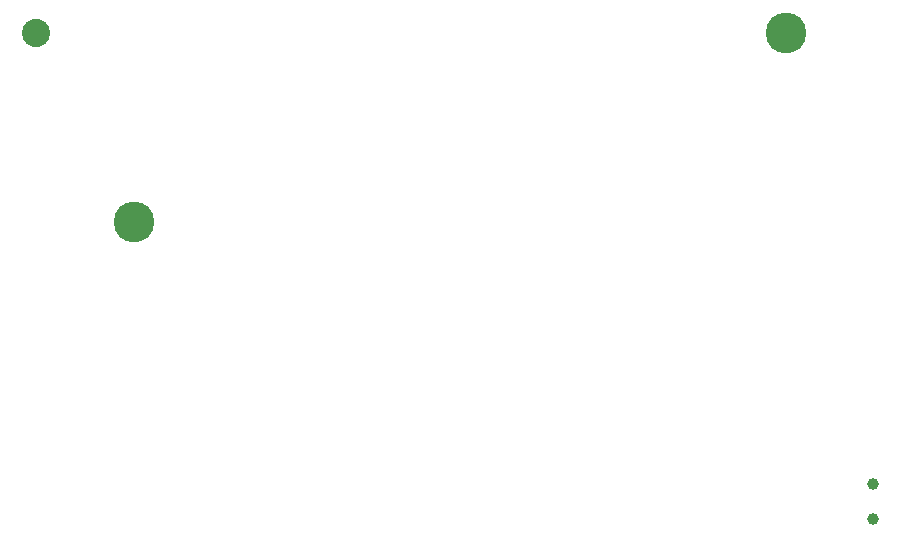
<source format=gbr>
%TF.GenerationSoftware,KiCad,Pcbnew,7.0.7*%
%TF.CreationDate,2024-01-15T16:46:36-03:00*%
%TF.ProjectId,PCB_MAQUEEN_V1,5043425f-4d41-4515-9545-454e5f56312e,rev?*%
%TF.SameCoordinates,Original*%
%TF.FileFunction,NonPlated,1,2,NPTH,Drill*%
%TF.FilePolarity,Positive*%
%FSLAX46Y46*%
G04 Gerber Fmt 4.6, Leading zero omitted, Abs format (unit mm)*
G04 Created by KiCad (PCBNEW 7.0.7) date 2024-01-15 16:46:36*
%MOMM*%
%LPD*%
G01*
G04 APERTURE LIST*
%TA.AperFunction,ComponentDrill*%
%ADD10C,1.000000*%
%TD*%
%TA.AperFunction,ComponentDrill*%
%ADD11C,2.390000*%
%TD*%
%TA.AperFunction,ComponentDrill*%
%ADD12C,3.450000*%
%TD*%
G04 APERTURE END LIST*
D10*
%TO.C,SW1*%
X215000000Y-105200000D03*
X215000000Y-108200000D03*
D11*
%TO.C,BT1*%
X144070000Y-67000000D03*
D12*
X152400000Y-83000000D03*
X207600000Y-67000000D03*
M02*

</source>
